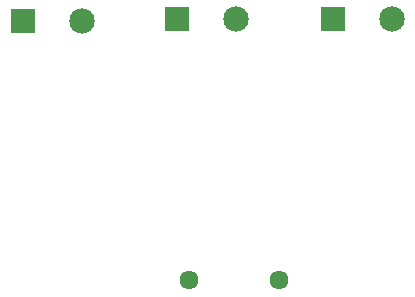
<source format=gbs>
G04*
G04 #@! TF.GenerationSoftware,Altium Limited,Altium Designer,21.7.2 (23)*
G04*
G04 Layer_Color=16711935*
%FSLAX25Y25*%
%MOIN*%
G70*
G04*
G04 #@! TF.SameCoordinates,C9020EFE-5469-4C63-B031-BAE70B3800EC*
G04*
G04*
G04 #@! TF.FilePolarity,Negative*
G04*
G01*
G75*
%ADD26C,0.06343*%
%ADD27C,0.08477*%
%ADD28R,0.08477X0.08477*%
D26*
X256039Y304000D02*
D03*
X285961D02*
D03*
D27*
X271843Y391000D02*
D03*
X323843D02*
D03*
X220264Y390500D02*
D03*
D28*
X252157Y391000D02*
D03*
X304157D02*
D03*
X200579Y390500D02*
D03*
M02*

</source>
